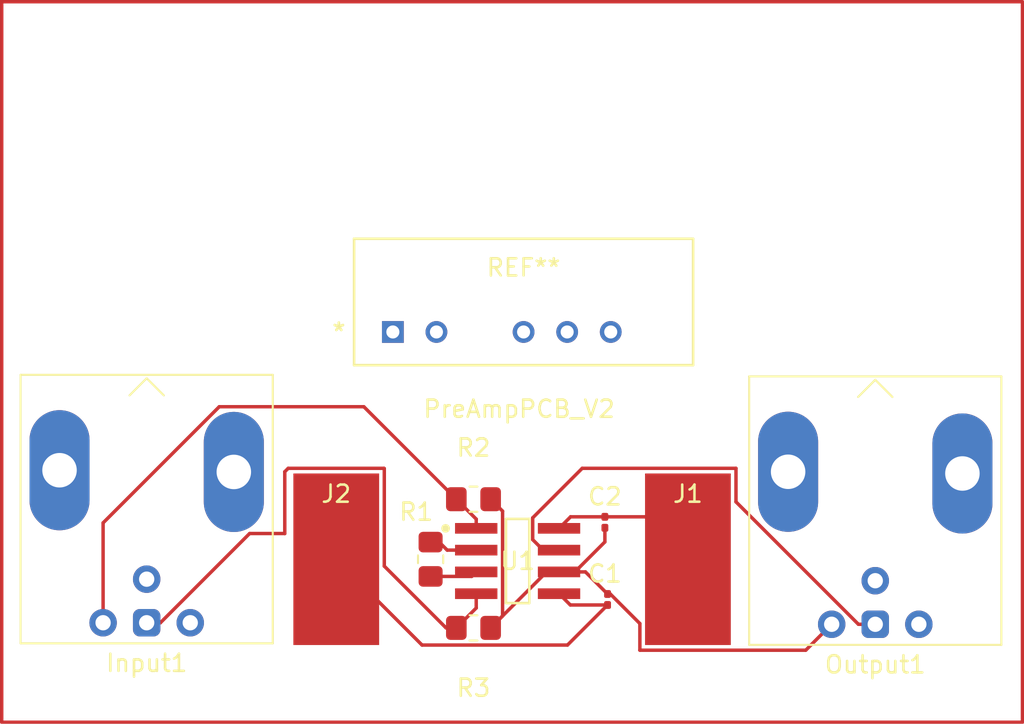
<source format=kicad_pcb>
(kicad_pcb (version 20241229) (generator "pcbnew") (generator_version "9.0")
  (layers (0 "F.Cu" signal) (2 "B.Cu" signal) (13 "F.Paste" user) (15 "B.Paste" user) (5 "F.SilkS" user "F.Silkscreen") (7 "B.SilkS" user "B.Silkscreen") (1 "F.Mask" user) (3 "B.Mask" user) (25 "Edge.Cuts" user))
  (net 0 "")
  (net 1 "Net-(J2-Pin_1)")
  (net 2 "Earth")
  (net 3 "Net-(J1-Pin_1)")
  (net 4 "Net-(Input1-In)")
  (net 5 "Net-(Input1-Ext)")
  (net 6 "Net-(Output1-In)")
  (net 7 "Net-(U1-2_RG)")
  (net 8 "Net-(U1-1_RG)")
  (footprint "Resistor_SMD:R_0805_2012Metric_Pad1.20x1.40mm_HandSolder" (layer "F.Cu") (at 144.4995 105.9995)
    (property "Reference" "R2" (at 0 -3 0) (layer "F.SilkS"))
    (property "Value" "1K OHM")
    (fp_line (start -0.227064 -0.735) (end 0.227064 -0.735) (stroke (width 0.12)) (layer "F.SilkS"))
    (fp_line (start -0.227064 0.735) (end 0.227064 0.735) (stroke (width 0.12)) (layer "F.SilkS"))
    (pad "1" smd roundrect (at -1 0) (size 1.2 1.4) (layers "F.Cu" "F.Mask" "F.Paste") (roundrect_rratio 0.208333) (net 5 "Net-(Input1-Ext)"))
    (pad "2" smd roundrect (at 1 0) (size 1.2 1.4) (layers "F.Cu" "F.Mask" "F.Paste") (roundrect_rratio 0.208333) (net 2 "Earth"))
  )
  (footprint "TMA 1505D:TMA DUAL_TRP" (layer "F.Cu") (at 139.8 96.25006)
    (property "Reference" "REF**" (at 7.62 -3.75006 0) (layer "F.SilkS"))
    (property "Value" "TMA_DUAL_TRP")
    (fp_line (start -2.2606 -5.43306) (end -2.2606 1.93294) (stroke (width 0.1524)) (layer "F.SilkS"))
    (fp_line (start -2.2606 1.93294) (end 17.5006 1.93294) (stroke (width 0.1524)) (layer "F.SilkS"))
    (fp_line (start 17.5006 -5.43306) (end -2.2606 -5.43306) (stroke (width 0.1524)) (layer "F.SilkS"))
    (fp_line (start 17.5006 1.93294) (end 17.5006 -5.43306) (stroke (width 0.1524)) (layer "F.SilkS"))
    (fp_text user "*" (at -3.1496 0 0) (layer "F.SilkS"))
    (fp_text user "*" (at -3.1496 0 0) (layer "F.SilkS"))
    (pad "1" thru_hole rect (at 0 0) (size 1.27 1.27) (drill 0.762) (layers "*.Cu" "*.Mask"))
    (pad "2" thru_hole circle (at 2.54 0) (size 1.27 1.27) (drill 0.762) (layers "*.Cu" "*.Mask"))
    (pad "4" thru_hole circle (at 7.62 0) (size 1.27 1.27) (drill 0.762) (layers "*.Cu" "*.Mask"))
    (pad "5" thru_hole circle (at 10.16 0) (size 1.27 1.27) (drill 0.762) (layers "*.Cu" "*.Mask"))
    (pad "6" thru_hole circle (at 12.7 0) (size 1.27 1.27) (drill 0.762) (layers "*.Cu" "*.Mask"))
  )
  (footprint "Resistor_SMD:R_0805_2012Metric_Pad1.20x1.40mm_HandSolder" (layer "F.Cu") (at 141.9995 109.4995 90)
    (property "Reference" "R1" (at 2.7625 -0.84042 0) (layer "F.SilkS"))
    (property "Value" "660")
    (fp_line (start -0.227064 -0.735) (end 0.227064 -0.735) (stroke (width 0.12)) (layer "F.SilkS"))
    (fp_line (start -0.227064 0.735) (end 0.227064 0.735) (stroke (width 0.12)) (layer "F.SilkS"))
    (pad "1" smd roundrect (at -1 0 90) (size 1.2 1.4) (layers "F.Cu" "F.Mask" "F.Paste") (roundrect_rratio 0.208333) (net 7 "Net-(U1-2_RG)"))
    (pad "2" smd roundrect (at 1 0 90) (size 1.2 1.4) (layers "F.Cu" "F.Mask" "F.Paste") (roundrect_rratio 0.208333) (net 8 "Net-(U1-1_RG)"))
  )
  (footprint "Connector_Wire:SolderWirePad_1x01_SMD_5x10mm" (layer "F.Cu") (at 136.4995 109.4995)
    (property "Reference" "J2" (at 0 -3.81 0) (layer "F.SilkS"))
    (property "Value" "-15V")
    (pad "1" smd rect (at 0 0) (size 5 10) (layers "F.Cu" "F.Mask" "F.Paste") (net 1 "Net-(J2-Pin_1)"))
  )
  (footprint "Capacitor_SMD:C_0201_0603Metric" (layer "F.Cu") (at 152.31408 111.8445 90)
    (property "Reference" "C1" (at 1.5 -0.155 0) (layer "F.SilkS"))
    (property "Value" "C")
    (pad "1" smd roundrect (at -0.32 0 90) (size 0.46 0.4) (layers "F.Cu" "F.Mask") (net 1 "Net-(J2-Pin_1)"))
    (pad "2" smd roundrect (at 0.32 0 90) (size 0.46 0.4) (layers "F.Cu" "F.Mask") (net 2 "Earth"))
  )
  (footprint "Connector_Coaxial:BNC_Amphenol_031-6575_Horizontal" (layer "F.Cu") (at 125.4495 113.1995)
    (property "Reference" "Input1" (at 0 2.35 0) (layer "F.SilkS"))
    (property "Value" "BNC")
    (fp_line (start -7.35 -14.45) (end 7.35 -14.45) (stroke (width 0.12)) (layer "F.SilkS"))
    (fp_line (start -7.35 1.2) (end -7.35 -14.45) (stroke (width 0.12)) (layer "F.SilkS"))
    (fp_line (start 0 -14.25) (end -1 -13.25) (stroke (width 0.12)) (layer "F.SilkS"))
    (fp_line (start 0 -14.25) (end 1 -13.25) (stroke (width 0.12)) (layer "F.SilkS"))
    (fp_line (start 7.35 -14.45) (end 7.35 1.2) (stroke (width 0.12)) (layer "F.SilkS"))
    (fp_line (start 7.35 1.2) (end -7.35 1.2) (stroke (width 0.12)) (layer "F.SilkS"))
    (pad "" thru_hole oval (at -5.08 -8.89) (size 3.5 7) (drill 2.01) (layers "*.Cu" "*.Mask"))
    (pad "" thru_hole oval (at 5.08 -8.79) (size 3.5 7) (drill 2.01) (layers "*.Cu" "*.Mask"))
    (pad "1" thru_hole roundrect (at 0 0) (size 1.6 1.6) (drill 0.89) (layers "*.Cu" "*.Mask") (net 4 "Net-(Input1-In)"))
    (pad "2" thru_hole circle (at -2.54 0) (size 1.6 1.6) (drill 0.89) (layers "*.Cu" "*.Mask") (net 5 "Net-(Input1-Ext)"))
    (pad "3" thru_hole circle (at 0 -2.54) (size 1.6 1.6) (drill 0.89) (layers "*.Cu" "*.Mask"))
    (pad "4" thru_hole circle (at 2.54 0) (size 1.6 1.6) (drill 0.89) (layers "*.Cu" "*.Mask"))
  )
  (footprint "Connector_Wire:SolderWirePad_1x01_SMD_5x10mm" (layer "F.Cu") (at 156.9995 109.4995)
    (property "Reference" "J1" (at 0 -3.81 0) (layer "F.SilkS"))
    (property "Value" "+15V")
    (pad "1" smd rect (at 0 0) (size 5 10) (layers "F.Cu" "F.Mask" "F.Paste") (net 3 "Net-(J1-Pin_1)"))
  )
  (footprint "Resistor_SMD:R_0805_2012Metric_Pad1.20x1.40mm_HandSolder" (layer "F.Cu") (at 144.4995 113.4995)
    (property "Reference" "R3" (at 0 3.5 0) (layer "F.SilkS"))
    (property "Value" "1K OHM")
    (fp_line (start -0.227064 -0.735) (end 0.227064 -0.735) (stroke (width 0.12)) (layer "F.SilkS"))
    (fp_line (start -0.227064 0.735) (end 0.227064 0.735) (stroke (width 0.12)) (layer "F.SilkS"))
    (pad "1" smd roundrect (at -1 0) (size 1.2 1.4) (layers "F.Cu" "F.Mask" "F.Paste") (roundrect_rratio 0.208333) (net 4 "Net-(Input1-In)"))
    (pad "2" smd roundrect (at 1 0) (size 1.2 1.4) (layers "F.Cu" "F.Mask" "F.Paste") (roundrect_rratio 0.208333) (net 2 "Earth"))
  )
  (footprint "Preamp:D0008A-IPC_A" (layer "F.Cu") (at 147.072679 109.602)
    (property "Reference" "U1" (at 0 0 0) (layer "F.SilkS"))
    (property "Value" "INA849DR")
    (fp_line (start -0.679021 -2.4525) (end 0.679021 -2.4525) (stroke (width 0.15)) (layer "F.SilkS"))
    (fp_line (start -0.679021 2.4525) (end -0.679021 -2.4525) (stroke (width 0.15)) (layer "F.SilkS"))
    (fp_line (start -0.679021 2.4525) (end 0.679021 2.4525) (stroke (width 0.15)) (layer "F.SilkS"))
    (fp_line (start 0.679021 2.4525) (end 0.679021 -2.4525) (stroke (width 0.15)) (layer "F.SilkS"))
    (fp_circle (center -4.198178 -1.905) (end -4.073177 -1.905) (stroke (width 0.25)) (fill no) (layer "F.SilkS"))
    (fp_text user "PreAmpPCB_V2" (at 0.086401 -8.865 0) (layer "F.SilkS"))
    (pad "1" smd rect (at -2.413599 -1.905) (size 2.469157 0.622132) (layers "F.Cu" "F.Mask" "F.Paste") (net 5 "Net-(Input1-Ext)"))
    (pad "2" smd rect (at -2.413599 -0.635) (size 2.469157 0.622132) (layers "F.Cu" "F.Mask" "F.Paste") (net 8 "Net-(U1-1_RG)"))
    (pad "3" smd rect (at -2.413599 0.635) (size 2.469157 0.622132) (layers "F.Cu" "F.Mask" "F.Paste") (net 7 "Net-(U1-2_RG)"))
    (pad "4" smd rect (at -2.413599 1.905) (size 2.469157 0.622132) (layers "F.Cu" "F.Mask" "F.Paste") (net 4 "Net-(Input1-In)"))
    (pad "5" smd rect (at 2.413599 1.905) (size 2.469157 0.622132) (layers "F.Cu" "F.Mask" "F.Paste") (net 1 "Net-(J2-Pin_1)"))
    (pad "6" smd rect (at 2.413599 0.635) (size 2.469157 0.622132) (layers "F.Cu" "F.Mask" "F.Paste") (net 2 "Earth"))
    (pad "7" smd rect (at 2.413599 -0.635) (size 2.469157 0.622132) (layers "F.Cu" "F.Mask" "F.Paste") (net 6 "Net-(Output1-In)"))
    (pad "8" smd rect (at 2.413599 -1.905) (size 2.469157 0.622132) (layers "F.Cu" "F.Mask" "F.Paste") (net 3 "Net-(J1-Pin_1)"))
  )
  (footprint "Connector_Coaxial:BNC_Amphenol_031-6575_Horizontal" (layer "F.Cu") (at 167.9195 113.2895)
    (property "Reference" "Output1" (at 0 2.35 0) (layer "F.SilkS"))
    (property "Value" "BNC")
    (fp_line (start -7.35 -14.45) (end 7.35 -14.45) (stroke (width 0.12)) (layer "F.SilkS"))
    (fp_line (start -7.35 1.2) (end -7.35 -14.45) (stroke (width 0.12)) (layer "F.SilkS"))
    (fp_line (start 0 -14.25) (end -1 -13.25) (stroke (width 0.12)) (layer "F.SilkS"))
    (fp_line (start 0 -14.25) (end 1 -13.25) (stroke (width 0.12)) (layer "F.SilkS"))
    (fp_line (start 7.35 -14.45) (end 7.35 1.2) (stroke (width 0.12)) (layer "F.SilkS"))
    (fp_line (start 7.35 1.2) (end -7.35 1.2) (stroke (width 0.12)) (layer "F.SilkS"))
    (pad "" thru_hole oval (at -5.08 -8.89) (size 3.5 7) (drill 2.01) (layers "*.Cu" "*.Mask"))
    (pad "" thru_hole oval (at 5.08 -8.79) (size 3.5 7) (drill 2.01) (layers "*.Cu" "*.Mask"))
    (pad "1" thru_hole roundrect (at 0 0) (size 1.6 1.6) (drill 0.89) (layers "*.Cu" "*.Mask") (net 6 "Net-(Output1-In)"))
    (pad "2" thru_hole circle (at -2.54 0) (size 1.6 1.6) (drill 0.89) (layers "*.Cu" "*.Mask") (net 2 "Earth"))
    (pad "3" thru_hole circle (at 0 -2.54) (size 1.6 1.6) (drill 0.89) (layers "*.Cu" "*.Mask"))
    (pad "4" thru_hole circle (at 2.54 0) (size 1.6 1.6) (drill 0.89) (layers "*.Cu" "*.Mask"))
  )
  (footprint "Capacitor_SMD:C_0201_0603Metric" (layer "F.Cu") (at 152.15908 107.3445 90)
    (property "Reference" "C2" (at 1.5 0 0) (layer "F.SilkS"))
    (property "Value" "C")
    (pad "1" smd roundrect (at -0.32 0 90) (size 0.46 0.4) (layers "F.Cu" "F.Mask") (net 2 "Earth"))
    (pad "2" smd roundrect (at 0.32 0 90) (size 0.46 0.4) (layers "F.Cu" "F.Mask") (net 3 "Net-(J1-Pin_1)"))
  )
  (gr_rect (start 116.9995 76.9995) (end 176.4995 118.9995) (stroke (width 0.2)) (fill no) (layer "F.Cu"))
  (segment (start 141.5005 114.5005) (end 136.4995 109.4995) (width 0.2) (layer "F.Cu") (net 1))
  (segment (start 149.97808 114.5005) (end 141.5005 114.5005) (width 0.2) (layer "F.Cu") (net 1))
  (segment (start 152.31408 112.1645) (end 149.97808 114.5005) (width 0.2) (layer "F.Cu") (net 1))
  (segment (start 152.31408 112.1645) (end 150.143778 112.1645) (width 0.2) (layer "F.Cu") (net 1))
  (segment (start 150.143778 112.1645) (end 149.486278 111.507) (width 0.2) (layer "F.Cu") (net 1))
  (segment (start 151.02658 110.237) (end 149.486278 110.237) (width 0.2) (layer "F.Cu") (net 2))
  (segment (start 152.47395 111.5245) (end 152.31408 111.5245) (width 0.2) (layer "F.Cu") (net 2))
  (segment (start 146.194658 112.804342) (end 146.194658 106.694658) (width 0.2) (layer "F.Cu") (net 2))
  (segment (start 150.40979 110.237) (end 149.486278 110.237) (width 0.2) (layer "F.Cu") (net 2))
  (segment (start 154.1985 114.8005) (end 154.1985 113.24905) (width 0.2) (layer "F.Cu") (net 2))
  (segment (start 165.3795 113.2895) (end 163.8685 114.8005) (width 0.2) (layer "F.Cu") (net 2))
  (segment (start 152.15908 107.6645) (end 152.15908 108.48771) (width 0.2) (layer "F.Cu") (net 2))
  (segment (start 163.8685 114.8005) (end 154.1985 114.8005) (width 0.2) (layer "F.Cu") (net 2))
  (segment (start 152.15908 108.48771) (end 150.40979 110.237) (width 0.2) (layer "F.Cu") (net 2))
  (segment (start 146.194658 106.694658) (end 145.4995 105.9995) (width 0.2) (layer "F.Cu") (net 2))
  (segment (start 152.31408 111.5245) (end 151.02658 110.237) (width 0.2) (layer "F.Cu") (net 2))
  (segment (start 154.1985 113.24905) (end 152.47395 111.5245) (width 0.2) (layer "F.Cu") (net 2))
  (segment (start 145.4995 113.4995) (end 146.194658 112.804342) (width 0.2) (layer "F.Cu") (net 2))
  (segment (start 149.486278 110.237) (end 148.762 110.237) (width 0.2) (layer "F.Cu") (net 2))
  (segment (start 148.762 110.237) (end 145.4995 113.4995) (width 0.2) (layer "F.Cu") (net 2))
  (segment (start 156.9995 109.4995) (end 154.5245 107.0245) (width 0.2) (layer "F.Cu") (net 3))
  (segment (start 150.158778 107.0245) (end 152.15908 107.0245) (width 0.2) (layer "F.Cu") (net 3))
  (segment (start 154.5245 107.0245) (end 152.15908 107.0245) (width 0.2) (layer "F.Cu") (net 3))
  (segment (start 149.486278 107.697) (end 150.158778 107.0245) (width 0.2) (layer "F.Cu") (net 3))
  (segment (start 139.28466 104.1985) (end 139.3005 104.21434) (width 0.2) (layer "F.Cu") (net 4))
  (segment (start 126.249499 113.1995) (end 131.449499 107.9995) (width 0.2) (layer "F.Cu") (net 4))
  (segment (start 144.65908 112.33992) (end 143.4995 113.4995) (width 0.2) (layer "F.Cu") (net 4))
  (segment (start 131.449499 107.9995) (end 133.4995 107.9995) (width 0.2) (layer "F.Cu") (net 4))
  (segment (start 139.3005 104.21434) (end 139.3005 109.9005) (width 0.2) (layer "F.Cu") (net 4))
  (segment (start 144.65908 111.507) (end 144.65908 112.33992) (width 0.2) (layer "F.Cu") (net 4))
  (segment (start 133.6985 104.1985) (end 139.28466 104.1985) (width 0.2) (layer "F.Cu") (net 4))
  (segment (start 133.4995 107.9995) (end 133.4995 104.3975) (width 0.2) (layer "F.Cu") (net 4))
  (segment (start 125.4495 113.1995) (end 126.249499 113.1995) (width 0.2) (layer "F.Cu") (net 4))
  (segment (start 133.4995 104.3975) (end 133.6985 104.1985) (width 0.2) (layer "F.Cu") (net 4))
  (segment (start 139.3005 109.9005) (end 142.8995 113.4995) (width 0.2) (layer "F.Cu") (net 4))
  (segment (start 142.8995 113.4995) (end 143.4995 113.4995) (width 0.2) (layer "F.Cu") (net 4))
  (segment (start 122.9095 107.378948) (end 129.679948 100.6085) (width 0.2) (layer "F.Cu") (net 5))
  (segment (start 144.65908 107.15908) (end 144.65908 107.697) (width 0.2) (layer "F.Cu") (net 5))
  (segment (start 122.9095 113.1995) (end 122.9095 107.378948) (width 0.2) (layer "F.Cu") (net 5))
  (segment (start 143.4995 105.9995) (end 144.65908 107.15908) (width 0.2) (layer "F.Cu") (net 5))
  (segment (start 138.1085 100.6085) (end 143.4995 105.9995) (width 0.2) (layer "F.Cu") (net 5))
  (segment (start 129.679948 100.6085) (end 138.1085 100.6085) (width 0.2) (layer "F.Cu") (net 5))
  (segment (start 159.8005 106.15345) (end 166.93655 113.2895) (width 0.2) (layer "F.Cu") (net 6))
  (segment (start 148.562766 108.967) (end 147.9507 108.354934) (width 0.2) (layer "F.Cu") (net 6))
  (segment (start 166.93655 113.2895) (end 167.9195 113.2895) (width 0.2) (layer "F.Cu") (net 6))
  (segment (start 150.837134 104.1985) (end 159.8005 104.1985) (width 0.2) (layer "F.Cu") (net 6))
  (segment (start 147.9507 107.084934) (end 150.837134 104.1985) (width 0.2) (layer "F.Cu") (net 6))
  (segment (start 147.9507 108.354934) (end 147.9507 107.084934) (width 0.2) (layer "F.Cu") (net 6))
  (segment (start 149.486278 108.967) (end 148.562766 108.967) (width 0.2) (layer "F.Cu") (net 6))
  (segment (start 159.8005 104.1985) (end 159.8005 106.15345) (width 0.2) (layer "F.Cu") (net 6))
  (segment (start 141.9995 110.4995) (end 144.39658 110.4995) (width 0.2) (layer "F.Cu") (net 7))
  (segment (start 144.39658 110.4995) (end 144.65908 110.237) (width 0.2) (layer "F.Cu") (net 7))
  (segment (start 142.967 108.967) (end 144.65908 108.967) (width 0.2) (layer "F.Cu") (net 8))
  (segment (start 142.4995 108.4995) (end 142.967 108.967) (width 0.2) (layer "F.Cu") (net 8))
  (segment (start 141.9995 108.4995) (end 142.4995 108.4995) (width 0.2) (layer "F.Cu") (net 8))
)
</source>
